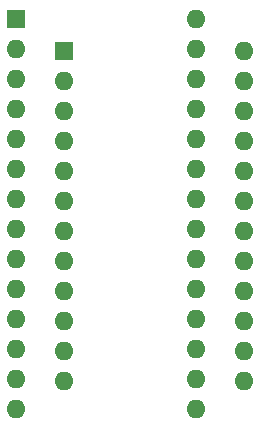
<source format=gbs>
G04 #@! TF.GenerationSoftware,KiCad,Pcbnew,5.1.12-84ad8e8a86~92~ubuntu20.04.1*
G04 #@! TF.CreationDate,2022-05-17T18:41:04-04:00*
G04 #@! TF.ProjectId,fm1608-to-6116,666d3136-3038-42d7-946f-2d363131362e,1.0*
G04 #@! TF.SameCoordinates,Original*
G04 #@! TF.FileFunction,Soldermask,Bot*
G04 #@! TF.FilePolarity,Negative*
%FSLAX46Y46*%
G04 Gerber Fmt 4.6, Leading zero omitted, Abs format (unit mm)*
G04 Created by KiCad (PCBNEW 5.1.12-84ad8e8a86~92~ubuntu20.04.1) date 2022-05-17 18:41:04*
%MOMM*%
%LPD*%
G01*
G04 APERTURE LIST*
%ADD10O,1.600000X1.600000*%
%ADD11R,1.600000X1.600000*%
G04 APERTURE END LIST*
D10*
X144780000Y-73596500D03*
X129540000Y-106616500D03*
X144780000Y-76136500D03*
X129540000Y-104076500D03*
X144780000Y-78676500D03*
X129540000Y-101536500D03*
X144780000Y-81216500D03*
X129540000Y-98996500D03*
X144780000Y-83756500D03*
X129540000Y-96456500D03*
X144780000Y-86296500D03*
X129540000Y-93916500D03*
X144780000Y-88836500D03*
X129540000Y-91376500D03*
X144780000Y-91376500D03*
X129540000Y-88836500D03*
X144780000Y-93916500D03*
X129540000Y-86296500D03*
X144780000Y-96456500D03*
X129540000Y-83756500D03*
X144780000Y-98996500D03*
X129540000Y-81216500D03*
X144780000Y-101536500D03*
X129540000Y-78676500D03*
X144780000Y-104076500D03*
X129540000Y-76136500D03*
X144780000Y-106616500D03*
D11*
X129540000Y-73596500D03*
D10*
X148907500Y-76263500D03*
X133667500Y-104203500D03*
X148907500Y-78803500D03*
X133667500Y-101663500D03*
X148907500Y-81343500D03*
X133667500Y-99123500D03*
X148907500Y-83883500D03*
X133667500Y-96583500D03*
X148907500Y-86423500D03*
X133667500Y-94043500D03*
X148907500Y-88963500D03*
X133667500Y-91503500D03*
X148907500Y-91503500D03*
X133667500Y-88963500D03*
X148907500Y-94043500D03*
X133667500Y-86423500D03*
X148907500Y-96583500D03*
X133667500Y-83883500D03*
X148907500Y-99123500D03*
X133667500Y-81343500D03*
X148907500Y-101663500D03*
X133667500Y-78803500D03*
X148907500Y-104203500D03*
D11*
X133667500Y-76263500D03*
M02*

</source>
